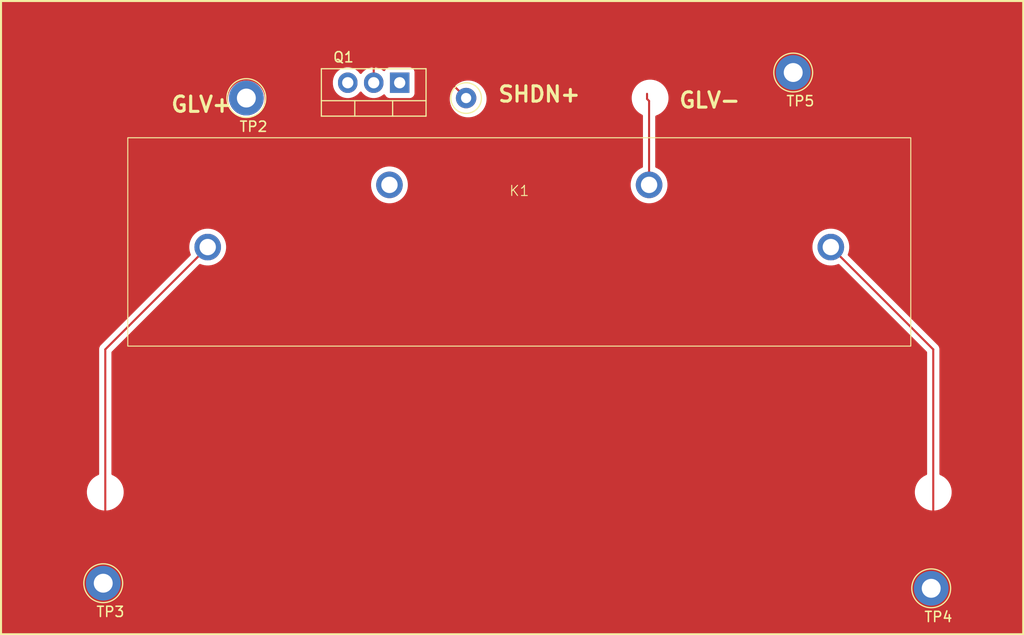
<source format=kicad_pcb>
(kicad_pcb (version 20241229) (generator "pcbnew") (generator_version "9.0")
  (layers (0 "F.Cu" signal) (2 "B.Cu" signal) (13 "F.Paste" user) (15 "B.Paste" user) (5 "F.SilkS" user "F.Silkscreen") (7 "B.SilkS" user "B.Silkscreen") (1 "F.Mask" user) (3 "B.Mask" user) (25 "Edge.Cuts" user))
  (net 0 "")
  (net 1 "Net-(Q1-D)")
  (net 2 "Net-(Q1-G)")
  (net 3 "Net-(Q1-S)")
  (net 4 "Net-(K1-Pad11)")
  (net 5 "Net-(K1-Pad12)")
  (net 6 "Net-(K1-PadA1)")
  (footprint "Library:Relay_SPST_NC_COMUS" (layer "F.Cu") (at 160.7 66.585)
    (property "Reference" "K1" (at 0 -5 0) (layer "F.SilkS") (effects (font (thickness 0.1))))
    (property "Value" "Relay_SPST-NC")
    (fp_rect (start -38.3 -10.2) (end 38.3 10.2) (stroke (width 0.1)) (fill no) (layer "F.SilkS"))
    (pad "1" thru_hole circle (at 30.48 0.505) (size 2.6 2.6) (drill 1.6) (layers "*.Cu" "*.Mask"))
    (pad "2" thru_hole circle (at 12.7 -5.585) (size 2.6 2.6) (drill 1.6) (layers "*.Cu" "*.Mask"))
    (pad "3" thru_hole circle (at -12.7 -5.585) (size 2.6 2.6) (drill 1.6) (layers "*.Cu" "*.Mask"))
    (pad "4" thru_hole circle (at -30.48 0.505) (size 2.6 2.6) (drill 1.6) (layers "*.Cu" "*.Mask"))
  )
  (footprint "TestPoint:TestPoint_Loop_D2.50mm_Drill1.85mm" (layer "F.Cu") (at 134 52.5)
    (property "Reference" "TP2" (at 0.7 2.8 0) (layer "F.SilkS"))
    (property "Value" "+12V")
    (fp_circle (center 0 0) (end 1.9 0) (stroke (width 0.12)) (fill no) (layer "F.SilkS"))
    (pad "1" thru_hole circle (at 0 0) (size 3.4 3.4) (drill 1.85) (layers "*.Cu" "*.Mask") (net 3 "Net-(Q1-S)"))
  )
  (footprint "TestPoint:TestPoint_Loop_D2.50mm_Drill1.85mm" (layer "F.Cu") (at 187.5 50)
    (property "Reference" "TP5" (at 0.7 2.8 0) (layer "F.SilkS"))
    (property "Value" "-12V")
    (fp_circle (center 0 0) (end 1.9 0) (stroke (width 0.12)) (fill no) (layer "F.SilkS"))
    (pad "1" thru_hole circle (at 0 0) (size 3.4 3.4) (drill 1.85) (layers "*.Cu" "*.Mask") (net 6 "Net-(K1-PadA1)"))
  )
  (footprint "TestPoint:TestPoint_Loop_D2.50mm_Drill1.85mm" (layer "F.Cu") (at 201 100.5)
    (property "Reference" "TP4" (at 0.7 2.8 0) (layer "F.SilkS"))
    (property "Value" "HV_Out")
    (fp_circle (center 0 0) (end 1.9 0) (stroke (width 0.12)) (fill no) (layer "F.SilkS"))
    (pad "1" thru_hole circle (at 0 0) (size 3.4 3.4) (drill 1.85) (layers "*.Cu" "*.Mask") (net 5 "Net-(K1-Pad12)"))
  )
  (footprint "TestPoint:TestPoint_Loop_D1.80mm_Drill1.0mm_Beaded" (layer "F.Cu") (at 155.5 52.5)
    (property "Reference" "TP1" (hide yes))
    (property "Value" "SHDN" (hide yes))
    (fp_circle (center 0 0) (end 1.5 0) (stroke (width 0.12)) (fill no) (layer "F.SilkS"))
    (pad "1" thru_hole circle (at 0 0) (size 2 2) (drill 1) (layers "*.Cu" "*.Mask") (net 2 "Net-(Q1-G)"))
  )
  (footprint "Package_TO_SOT_THT:TO-220-3_Vertical" (layer "F.Cu") (at 149 51 180)
    (property "Reference" "Q1" (at 5.5 2.5 0) (layer "F.SilkS"))
    (property "Value" "PMOS")
    (fp_line (start 7.66 -3.27) (end 7.66 1.371) (stroke (width 0.12)) (layer "F.SilkS"))
    (fp_line (start 4.391 -3.27) (end 4.391 -1.76) (stroke (width 0.12)) (layer "F.SilkS"))
    (fp_line (start 0.69 -3.27) (end 0.69 -1.76) (stroke (width 0.12)) (layer "F.SilkS"))
    (fp_line (start -2.58 1.371) (end 7.66 1.371) (stroke (width 0.12)) (layer "F.SilkS"))
    (fp_line (start -2.58 -1.76) (end 7.66 -1.76) (stroke (width 0.12)) (layer "F.SilkS"))
    (fp_line (start -2.58 -3.27) (end 7.66 -3.27) (stroke (width 0.12)) (layer "F.SilkS"))
    (fp_line (start -2.58 -3.27) (end -2.58 1.371) (stroke (width 0.12)) (layer "F.SilkS"))
    (pad "1" thru_hole rect (at 0 0 180) (size 1.905 2) (drill 1.1) (layers "*.Cu" "*.Mask") (net 1 "Net-(Q1-D)"))
    (pad "2" thru_hole oval (at 2.54 0 180) (size 1.905 2) (drill 1.1) (layers "*.Cu" "*.Mask") (net 2 "Net-(Q1-G)"))
    (pad "3" thru_hole oval (at 5.08 0 180) (size 1.905 2) (drill 1.1) (layers "*.Cu" "*.Mask") (net 3 "Net-(Q1-S)"))
  )
  (footprint "TestPoint:TestPoint_Loop_D2.50mm_Drill1.85mm" (layer "F.Cu") (at 120 100)
    (property "Reference" "TP3" (at 0.7 2.8 0) (layer "F.SilkS"))
    (property "Value" "HV_In")
    (fp_circle (center 0 0) (end 1.9 0) (stroke (width 0.12)) (fill no) (layer "F.SilkS"))
    (pad "1" thru_hole circle (at 0 0) (size 3.4 3.4) (drill 1.85) (layers "*.Cu" "*.Mask") (net 4 "Net-(K1-Pad11)"))
  )
  (gr_line (start 210 104.915) (end 210 43) (stroke (width 0.2)) (layer "F.SilkS"))
  (gr_line (start 110 105) (end 210 105) (stroke (width 0.2)) (layer "F.SilkS"))
  (gr_line (start 210 43) (end 110 43) (stroke (width 0.2)) (layer "F.SilkS"))
  (gr_line (start 110 43) (end 110 104.915) (stroke (width 0.2)) (layer "F.SilkS"))
  (gr_text "SHDN+" (at 158.5 53 0) (layer "F.SilkS") (effects (font (size 1.5 1.5) (thickness 0.3) (bold yes)) (justify left bottom)))
  (gr_text "GLV-" (at 176.2 53.585 0) (layer "F.SilkS") (effects (font (size 1.5 1.5) (thickness 0.3) (bold yes)) (justify left bottom)))
  (gr_text "GLV+" (at 126.5 54 0) (layer "F.SilkS") (effects (font (size 1.5 1.5) (thickness 0.3) (bold yes)) (justify left bottom)))
  (segment (start 173.2 52.585) (end 173.4 52.785) (width 0.2) (layer "F.Cu") (net 0))
  (segment (start 173.4 52.785) (end 173.4 61) (width 0.2) (layer "F.Cu") (net 0))
  (segment (start 173.2 52.085) (end 173.2 52.585) (width 0.2) (layer "F.Cu") (net 0))
  (segment (start 146.46 49.54) (end 146.46 51) (width 0.2) (layer "F.Cu") (net 2))
  (segment (start 151.5 48.5) (end 146.5 48.5) (width 0.2) (layer "F.Cu") (net 2))
  (segment (start 146.5 49.5) (end 146.46 49.54) (width 0.2) (layer "F.Cu") (net 2))
  (segment (start 146.5 48.5) (end 146.5 49.5) (width 0.2) (layer "F.Cu") (net 2))
  (segment (start 155.5 52.5) (end 151.5 48.5) (width 0.2) (layer "F.Cu") (net 2))
  (segment (start 130.22 67.09) (end 120.2 77.11) (width 0.2) (layer "F.Cu") (net 4))
  (segment (start 120.2 77.11) (end 120.2 99) (width 0.2) (layer "F.Cu") (net 4))
  (segment (start 191.18 67.09) (end 201.2 77.11) (width 0.2) (layer "F.Cu") (net 5))
  (segment (start 201.2 77.11) (end 201.2 99) (width 0.2) (layer "F.Cu") (net 5))
  (zone (net 0) (net_name "") (layer "F.Cu") (connect_pads (clearance 0.5)) (min_thickness 0.25) (fill yes (thermal_gap 0.5) (thermal_bridge_width 0.5) (island_removal_mode 1) (island_area_min 10))
    (polygon (pts (xy 110 104.915) (xy 210 104.915) (xy 210 43) (xy 110 43)))
  )
)
</source>
